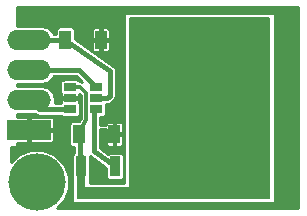
<source format=gbr>
G04 #@! TF.FileFunction,Copper,L1,Top,Signal*
%FSLAX46Y46*%
G04 Gerber Fmt 4.6, Leading zero omitted, Abs format (unit mm)*
G04 Created by KiCad (PCBNEW 4.0.2+dfsg1-stable) date søn 29 jan 2017 20:42:55 CET*
%MOMM*%
G01*
G04 APERTURE LIST*
%ADD10C,0.100000*%
%ADD11R,1.000000X1.600000*%
%ADD12R,0.900000X1.700000*%
%ADD13R,1.060000X0.650000*%
%ADD14R,3.000000X2.000000*%
%ADD15R,3.700000X1.727200*%
%ADD16O,3.700000X1.727200*%
%ADD17C,4.850000*%
%ADD18C,0.400000*%
%ADD19C,0.350000*%
%ADD20C,0.200000*%
%ADD21C,0.270000*%
G04 APERTURE END LIST*
D10*
D11*
X6120000Y6604000D03*
X9120000Y6604000D03*
X4977000Y14605000D03*
X7977000Y14605000D03*
D12*
X6297000Y3873500D03*
X9197000Y3873500D03*
D13*
X5377000Y10602000D03*
X5377000Y9652000D03*
X5377000Y8702000D03*
X7577000Y8702000D03*
X7577000Y10602000D03*
X7577000Y9652000D03*
D14*
X11811000Y3048000D03*
D15*
X1905000Y6985000D03*
D16*
X1905000Y9525000D03*
X1905000Y12065000D03*
X1905000Y14605000D03*
D17*
X2540000Y2540000D03*
D18*
X6297000Y4225500D02*
X6120000Y6604000D01*
D19*
X5377000Y10602000D02*
X6238200Y10602000D01*
X6748780Y7893502D02*
X6120000Y6604000D01*
X6748780Y10121900D02*
X6748780Y7893502D01*
X6238200Y10602000D02*
X6748780Y10121900D01*
D18*
X7577000Y9652000D02*
X8509000Y9652000D01*
X8737600Y11987400D02*
X4977000Y14605000D01*
X8737600Y9880600D02*
X8737600Y11987400D01*
X8509000Y9652000D02*
X8737600Y9880600D01*
X4977000Y14605000D02*
X1905000Y14605000D01*
X2728000Y8702000D02*
X5377000Y8702000D01*
X6114000Y12065000D02*
X1905000Y12065000D01*
X7577000Y10602000D02*
X6114000Y12065000D01*
X9144000Y3873500D02*
X7366000Y5207000D01*
X7366000Y5207000D02*
X7366000Y8491000D01*
X7366000Y8491000D02*
X7577000Y8702000D01*
D20*
G36*
X22252000Y1243000D02*
X6005500Y1243000D01*
X6005500Y3964000D01*
X6567500Y3964000D01*
X6567500Y2120900D01*
X6575379Y2081994D01*
X6597773Y2049219D01*
X6631154Y2027739D01*
X6667500Y2020900D01*
X10322560Y2020900D01*
X10361466Y2028779D01*
X10394241Y2051173D01*
X10415721Y2084554D01*
X10422560Y2120900D01*
X10422560Y16410000D01*
X22252000Y16410000D01*
X22252000Y1243000D01*
X22252000Y1243000D01*
G37*
X22252000Y1243000D02*
X6005500Y1243000D01*
X6005500Y3964000D01*
X6567500Y3964000D01*
X6567500Y2120900D01*
X6575379Y2081994D01*
X6597773Y2049219D01*
X6631154Y2027739D01*
X6667500Y2020900D01*
X10322560Y2020900D01*
X10361466Y2028779D01*
X10394241Y2051173D01*
X10415721Y2084554D01*
X10422560Y2120900D01*
X10422560Y16410000D01*
X22252000Y16410000D01*
X22252000Y1243000D01*
D21*
G36*
X24654000Y365000D02*
X4239533Y365000D01*
X4861505Y985888D01*
X5279524Y1992589D01*
X5280475Y3082629D01*
X4864214Y4090058D01*
X4094112Y4861505D01*
X3087411Y5279524D01*
X1997371Y5280475D01*
X989942Y4864214D01*
X365000Y4240362D01*
X365000Y5490334D01*
X763924Y5496019D01*
X816289Y5507402D01*
X860101Y5538262D01*
X888454Y5583735D01*
X897000Y5631005D01*
X897000Y5878400D01*
X1775250Y5878400D01*
X1836000Y5939150D01*
X1836000Y6916000D01*
X1974000Y6916000D01*
X1974000Y5939150D01*
X2034750Y5878400D01*
X3803336Y5878400D01*
X3892649Y5915395D01*
X3961006Y5983752D01*
X3998000Y6073065D01*
X3998000Y6855250D01*
X3937250Y6916000D01*
X1974000Y6916000D01*
X1836000Y6916000D01*
X1816000Y6916000D01*
X1816000Y7054000D01*
X1836000Y7054000D01*
X1836000Y8030850D01*
X1974000Y8030850D01*
X1974000Y7054000D01*
X3937250Y7054000D01*
X3998000Y7114750D01*
X3998000Y7896935D01*
X3961006Y7986248D01*
X3892649Y8054605D01*
X3803336Y8091600D01*
X2034750Y8091600D01*
X1974000Y8030850D01*
X1836000Y8030850D01*
X1775250Y8091600D01*
X897000Y8091600D01*
X897000Y8346400D01*
X2358120Y8346400D01*
X2363840Y8337840D01*
X2530918Y8226202D01*
X2728000Y8187000D01*
X4594940Y8187000D01*
X4616782Y8153057D01*
X4722046Y8081133D01*
X4847000Y8055829D01*
X5907000Y8055829D01*
X6023732Y8077794D01*
X6130943Y8146782D01*
X6202867Y8252046D01*
X6228171Y8377000D01*
X6228171Y9027000D01*
X6206206Y9143732D01*
X6138009Y9249714D01*
X6150000Y9278665D01*
X6150000Y9522250D01*
X6089250Y9583000D01*
X5446000Y9583000D01*
X5446000Y9563000D01*
X5308000Y9563000D01*
X5308000Y9583000D01*
X4664750Y9583000D01*
X4604000Y9522250D01*
X4604000Y9278665D01*
X4616723Y9247948D01*
X4595577Y9217000D01*
X4051150Y9217000D01*
X4112415Y9525000D01*
X4022699Y9976031D01*
X3767211Y10358396D01*
X3384846Y10613884D01*
X2933815Y10703600D01*
X897000Y10703600D01*
X897000Y10886400D01*
X2933815Y10886400D01*
X3384846Y10976116D01*
X3767211Y11231604D01*
X3979956Y11550000D01*
X5900680Y11550000D01*
X6386157Y11064523D01*
X6324719Y11074790D01*
X6238200Y11092000D01*
X6175147Y11092000D01*
X6137218Y11150943D01*
X6031954Y11222867D01*
X5907000Y11248171D01*
X4847000Y11248171D01*
X4730268Y11226206D01*
X4623057Y11157218D01*
X4551133Y11051954D01*
X4525829Y10927000D01*
X4525829Y10277000D01*
X4547794Y10160268D01*
X4615991Y10054286D01*
X4604000Y10025335D01*
X4604000Y9781750D01*
X4664750Y9721000D01*
X5308000Y9721000D01*
X5308000Y9741000D01*
X5446000Y9741000D01*
X5446000Y9721000D01*
X6089250Y9721000D01*
X6150000Y9781750D01*
X6150000Y10012336D01*
X6258780Y9910050D01*
X6258780Y8006602D01*
X6121550Y7725171D01*
X5620000Y7725171D01*
X5503268Y7703206D01*
X5396057Y7634218D01*
X5324133Y7528954D01*
X5298829Y7404000D01*
X5298829Y5804000D01*
X5320794Y5687268D01*
X5389782Y5580057D01*
X5495046Y5508133D01*
X5620000Y5482829D01*
X5687010Y5482829D01*
X5721663Y5017169D01*
X5623057Y4953718D01*
X5551133Y4848454D01*
X5525829Y4723500D01*
X5525829Y4367216D01*
X5525733Y4367067D01*
X5516500Y4318000D01*
X5516500Y889000D01*
X5527136Y836477D01*
X5557368Y792231D01*
X5602433Y763233D01*
X5651500Y754000D01*
X22606000Y754000D01*
X22658523Y764636D01*
X22702769Y794868D01*
X22731767Y839933D01*
X22741000Y889000D01*
X22741000Y16764000D01*
X22730364Y16816523D01*
X22700132Y16860769D01*
X22655067Y16889767D01*
X22606000Y16899000D01*
X10106660Y16899000D01*
X10054137Y16888364D01*
X10009891Y16858132D01*
X9980893Y16813067D01*
X9971660Y16764000D01*
X9971660Y2484500D01*
X7056500Y2484500D01*
X7056500Y2965867D01*
X7068171Y3023500D01*
X7068171Y4723500D01*
X7054111Y4798222D01*
X7057000Y4795000D01*
X8425829Y3768378D01*
X8425829Y3023500D01*
X8447794Y2906768D01*
X8516782Y2799557D01*
X8622046Y2727633D01*
X8747000Y2702329D01*
X9647000Y2702329D01*
X9763732Y2724294D01*
X9870943Y2793282D01*
X9942867Y2898546D01*
X9968171Y3023500D01*
X9968171Y4723500D01*
X9946206Y4840232D01*
X9877218Y4947443D01*
X9771954Y5019367D01*
X9647000Y5044671D01*
X8747000Y5044671D01*
X8630268Y5022706D01*
X8544040Y4967220D01*
X7881000Y5464500D01*
X7881000Y6474250D01*
X8377000Y6474250D01*
X8377000Y5755665D01*
X8413994Y5666352D01*
X8482351Y5597995D01*
X8571664Y5561000D01*
X8990250Y5561000D01*
X9051000Y5621750D01*
X9051000Y6535000D01*
X9189000Y6535000D01*
X9189000Y5621750D01*
X9249750Y5561000D01*
X9668336Y5561000D01*
X9757649Y5597995D01*
X9826006Y5666352D01*
X9863000Y5755665D01*
X9863000Y6474250D01*
X9802250Y6535000D01*
X9189000Y6535000D01*
X9051000Y6535000D01*
X8437750Y6535000D01*
X8377000Y6474250D01*
X7881000Y6474250D01*
X7881000Y7080873D01*
X8377000Y7085115D01*
X8377000Y6733750D01*
X8437750Y6673000D01*
X9051000Y6673000D01*
X9051000Y7586250D01*
X9189000Y7586250D01*
X9189000Y6673000D01*
X9802250Y6673000D01*
X9863000Y6733750D01*
X9863000Y7452335D01*
X9826006Y7541648D01*
X9757649Y7610005D01*
X9668336Y7647000D01*
X9249750Y7647000D01*
X9189000Y7586250D01*
X9051000Y7586250D01*
X8990250Y7647000D01*
X8571664Y7647000D01*
X8482351Y7610005D01*
X8413994Y7541648D01*
X8377000Y7452335D01*
X8377000Y7359963D01*
X7881000Y7354709D01*
X7881000Y8055829D01*
X8107000Y8055829D01*
X8223732Y8077794D01*
X8330943Y8146782D01*
X8402867Y8252046D01*
X8428171Y8377000D01*
X8428171Y9027000D01*
X8407473Y9137000D01*
X8509000Y9137000D01*
X8706082Y9176202D01*
X8873160Y9287840D01*
X9101760Y9516440D01*
X9213398Y9683518D01*
X9252600Y9880600D01*
X9252600Y11987400D01*
X9243652Y12032383D01*
X9244525Y12078243D01*
X9224239Y12129980D01*
X9213398Y12184482D01*
X9187915Y12222619D01*
X9171173Y12265319D01*
X9132635Y12305352D01*
X9101760Y12351560D01*
X9063622Y12377043D01*
X9031814Y12410085D01*
X6064877Y14475250D01*
X7234000Y14475250D01*
X7234000Y13756665D01*
X7270994Y13667352D01*
X7339351Y13598995D01*
X7428664Y13562000D01*
X7847250Y13562000D01*
X7908000Y13622750D01*
X7908000Y14536000D01*
X8046000Y14536000D01*
X8046000Y13622750D01*
X8106750Y13562000D01*
X8525336Y13562000D01*
X8614649Y13598995D01*
X8683006Y13667352D01*
X8720000Y13756665D01*
X8720000Y14475250D01*
X8659250Y14536000D01*
X8046000Y14536000D01*
X7908000Y14536000D01*
X7294750Y14536000D01*
X7234000Y14475250D01*
X6064877Y14475250D01*
X5798171Y14660893D01*
X5798171Y15405000D01*
X5789076Y15453335D01*
X7234000Y15453335D01*
X7234000Y14734750D01*
X7294750Y14674000D01*
X7908000Y14674000D01*
X7908000Y15587250D01*
X8046000Y15587250D01*
X8046000Y14674000D01*
X8659250Y14674000D01*
X8720000Y14734750D01*
X8720000Y15453335D01*
X8683006Y15542648D01*
X8614649Y15611005D01*
X8525336Y15648000D01*
X8106750Y15648000D01*
X8046000Y15587250D01*
X7908000Y15587250D01*
X7847250Y15648000D01*
X7428664Y15648000D01*
X7339351Y15611005D01*
X7270994Y15542648D01*
X7234000Y15453335D01*
X5789076Y15453335D01*
X5776206Y15521732D01*
X5707218Y15628943D01*
X5601954Y15700867D01*
X5477000Y15726171D01*
X4477000Y15726171D01*
X4360268Y15704206D01*
X4253057Y15635218D01*
X4181133Y15529954D01*
X4155829Y15405000D01*
X4155829Y15120000D01*
X3979956Y15120000D01*
X3767211Y15438396D01*
X3384846Y15693884D01*
X2933815Y15783600D01*
X897000Y15783600D01*
X897000Y17415000D01*
X24654000Y17415000D01*
X24654000Y365000D01*
X24654000Y365000D01*
G37*
X24654000Y365000D02*
X4239533Y365000D01*
X4861505Y985888D01*
X5279524Y1992589D01*
X5280475Y3082629D01*
X4864214Y4090058D01*
X4094112Y4861505D01*
X3087411Y5279524D01*
X1997371Y5280475D01*
X989942Y4864214D01*
X365000Y4240362D01*
X365000Y5490334D01*
X763924Y5496019D01*
X816289Y5507402D01*
X860101Y5538262D01*
X888454Y5583735D01*
X897000Y5631005D01*
X897000Y5878400D01*
X1775250Y5878400D01*
X1836000Y5939150D01*
X1836000Y6916000D01*
X1974000Y6916000D01*
X1974000Y5939150D01*
X2034750Y5878400D01*
X3803336Y5878400D01*
X3892649Y5915395D01*
X3961006Y5983752D01*
X3998000Y6073065D01*
X3998000Y6855250D01*
X3937250Y6916000D01*
X1974000Y6916000D01*
X1836000Y6916000D01*
X1816000Y6916000D01*
X1816000Y7054000D01*
X1836000Y7054000D01*
X1836000Y8030850D01*
X1974000Y8030850D01*
X1974000Y7054000D01*
X3937250Y7054000D01*
X3998000Y7114750D01*
X3998000Y7896935D01*
X3961006Y7986248D01*
X3892649Y8054605D01*
X3803336Y8091600D01*
X2034750Y8091600D01*
X1974000Y8030850D01*
X1836000Y8030850D01*
X1775250Y8091600D01*
X897000Y8091600D01*
X897000Y8346400D01*
X2358120Y8346400D01*
X2363840Y8337840D01*
X2530918Y8226202D01*
X2728000Y8187000D01*
X4594940Y8187000D01*
X4616782Y8153057D01*
X4722046Y8081133D01*
X4847000Y8055829D01*
X5907000Y8055829D01*
X6023732Y8077794D01*
X6130943Y8146782D01*
X6202867Y8252046D01*
X6228171Y8377000D01*
X6228171Y9027000D01*
X6206206Y9143732D01*
X6138009Y9249714D01*
X6150000Y9278665D01*
X6150000Y9522250D01*
X6089250Y9583000D01*
X5446000Y9583000D01*
X5446000Y9563000D01*
X5308000Y9563000D01*
X5308000Y9583000D01*
X4664750Y9583000D01*
X4604000Y9522250D01*
X4604000Y9278665D01*
X4616723Y9247948D01*
X4595577Y9217000D01*
X4051150Y9217000D01*
X4112415Y9525000D01*
X4022699Y9976031D01*
X3767211Y10358396D01*
X3384846Y10613884D01*
X2933815Y10703600D01*
X897000Y10703600D01*
X897000Y10886400D01*
X2933815Y10886400D01*
X3384846Y10976116D01*
X3767211Y11231604D01*
X3979956Y11550000D01*
X5900680Y11550000D01*
X6386157Y11064523D01*
X6324719Y11074790D01*
X6238200Y11092000D01*
X6175147Y11092000D01*
X6137218Y11150943D01*
X6031954Y11222867D01*
X5907000Y11248171D01*
X4847000Y11248171D01*
X4730268Y11226206D01*
X4623057Y11157218D01*
X4551133Y11051954D01*
X4525829Y10927000D01*
X4525829Y10277000D01*
X4547794Y10160268D01*
X4615991Y10054286D01*
X4604000Y10025335D01*
X4604000Y9781750D01*
X4664750Y9721000D01*
X5308000Y9721000D01*
X5308000Y9741000D01*
X5446000Y9741000D01*
X5446000Y9721000D01*
X6089250Y9721000D01*
X6150000Y9781750D01*
X6150000Y10012336D01*
X6258780Y9910050D01*
X6258780Y8006602D01*
X6121550Y7725171D01*
X5620000Y7725171D01*
X5503268Y7703206D01*
X5396057Y7634218D01*
X5324133Y7528954D01*
X5298829Y7404000D01*
X5298829Y5804000D01*
X5320794Y5687268D01*
X5389782Y5580057D01*
X5495046Y5508133D01*
X5620000Y5482829D01*
X5687010Y5482829D01*
X5721663Y5017169D01*
X5623057Y4953718D01*
X5551133Y4848454D01*
X5525829Y4723500D01*
X5525829Y4367216D01*
X5525733Y4367067D01*
X5516500Y4318000D01*
X5516500Y889000D01*
X5527136Y836477D01*
X5557368Y792231D01*
X5602433Y763233D01*
X5651500Y754000D01*
X22606000Y754000D01*
X22658523Y764636D01*
X22702769Y794868D01*
X22731767Y839933D01*
X22741000Y889000D01*
X22741000Y16764000D01*
X22730364Y16816523D01*
X22700132Y16860769D01*
X22655067Y16889767D01*
X22606000Y16899000D01*
X10106660Y16899000D01*
X10054137Y16888364D01*
X10009891Y16858132D01*
X9980893Y16813067D01*
X9971660Y16764000D01*
X9971660Y2484500D01*
X7056500Y2484500D01*
X7056500Y2965867D01*
X7068171Y3023500D01*
X7068171Y4723500D01*
X7054111Y4798222D01*
X7057000Y4795000D01*
X8425829Y3768378D01*
X8425829Y3023500D01*
X8447794Y2906768D01*
X8516782Y2799557D01*
X8622046Y2727633D01*
X8747000Y2702329D01*
X9647000Y2702329D01*
X9763732Y2724294D01*
X9870943Y2793282D01*
X9942867Y2898546D01*
X9968171Y3023500D01*
X9968171Y4723500D01*
X9946206Y4840232D01*
X9877218Y4947443D01*
X9771954Y5019367D01*
X9647000Y5044671D01*
X8747000Y5044671D01*
X8630268Y5022706D01*
X8544040Y4967220D01*
X7881000Y5464500D01*
X7881000Y6474250D01*
X8377000Y6474250D01*
X8377000Y5755665D01*
X8413994Y5666352D01*
X8482351Y5597995D01*
X8571664Y5561000D01*
X8990250Y5561000D01*
X9051000Y5621750D01*
X9051000Y6535000D01*
X9189000Y6535000D01*
X9189000Y5621750D01*
X9249750Y5561000D01*
X9668336Y5561000D01*
X9757649Y5597995D01*
X9826006Y5666352D01*
X9863000Y5755665D01*
X9863000Y6474250D01*
X9802250Y6535000D01*
X9189000Y6535000D01*
X9051000Y6535000D01*
X8437750Y6535000D01*
X8377000Y6474250D01*
X7881000Y6474250D01*
X7881000Y7080873D01*
X8377000Y7085115D01*
X8377000Y6733750D01*
X8437750Y6673000D01*
X9051000Y6673000D01*
X9051000Y7586250D01*
X9189000Y7586250D01*
X9189000Y6673000D01*
X9802250Y6673000D01*
X9863000Y6733750D01*
X9863000Y7452335D01*
X9826006Y7541648D01*
X9757649Y7610005D01*
X9668336Y7647000D01*
X9249750Y7647000D01*
X9189000Y7586250D01*
X9051000Y7586250D01*
X8990250Y7647000D01*
X8571664Y7647000D01*
X8482351Y7610005D01*
X8413994Y7541648D01*
X8377000Y7452335D01*
X8377000Y7359963D01*
X7881000Y7354709D01*
X7881000Y8055829D01*
X8107000Y8055829D01*
X8223732Y8077794D01*
X8330943Y8146782D01*
X8402867Y8252046D01*
X8428171Y8377000D01*
X8428171Y9027000D01*
X8407473Y9137000D01*
X8509000Y9137000D01*
X8706082Y9176202D01*
X8873160Y9287840D01*
X9101760Y9516440D01*
X9213398Y9683518D01*
X9252600Y9880600D01*
X9252600Y11987400D01*
X9243652Y12032383D01*
X9244525Y12078243D01*
X9224239Y12129980D01*
X9213398Y12184482D01*
X9187915Y12222619D01*
X9171173Y12265319D01*
X9132635Y12305352D01*
X9101760Y12351560D01*
X9063622Y12377043D01*
X9031814Y12410085D01*
X6064877Y14475250D01*
X7234000Y14475250D01*
X7234000Y13756665D01*
X7270994Y13667352D01*
X7339351Y13598995D01*
X7428664Y13562000D01*
X7847250Y13562000D01*
X7908000Y13622750D01*
X7908000Y14536000D01*
X8046000Y14536000D01*
X8046000Y13622750D01*
X8106750Y13562000D01*
X8525336Y13562000D01*
X8614649Y13598995D01*
X8683006Y13667352D01*
X8720000Y13756665D01*
X8720000Y14475250D01*
X8659250Y14536000D01*
X8046000Y14536000D01*
X7908000Y14536000D01*
X7294750Y14536000D01*
X7234000Y14475250D01*
X6064877Y14475250D01*
X5798171Y14660893D01*
X5798171Y15405000D01*
X5789076Y15453335D01*
X7234000Y15453335D01*
X7234000Y14734750D01*
X7294750Y14674000D01*
X7908000Y14674000D01*
X7908000Y15587250D01*
X8046000Y15587250D01*
X8046000Y14674000D01*
X8659250Y14674000D01*
X8720000Y14734750D01*
X8720000Y15453335D01*
X8683006Y15542648D01*
X8614649Y15611005D01*
X8525336Y15648000D01*
X8106750Y15648000D01*
X8046000Y15587250D01*
X7908000Y15587250D01*
X7847250Y15648000D01*
X7428664Y15648000D01*
X7339351Y15611005D01*
X7270994Y15542648D01*
X7234000Y15453335D01*
X5789076Y15453335D01*
X5776206Y15521732D01*
X5707218Y15628943D01*
X5601954Y15700867D01*
X5477000Y15726171D01*
X4477000Y15726171D01*
X4360268Y15704206D01*
X4253057Y15635218D01*
X4181133Y15529954D01*
X4155829Y15405000D01*
X4155829Y15120000D01*
X3979956Y15120000D01*
X3767211Y15438396D01*
X3384846Y15693884D01*
X2933815Y15783600D01*
X897000Y15783600D01*
X897000Y17415000D01*
X24654000Y17415000D01*
X24654000Y365000D01*
M02*

</source>
